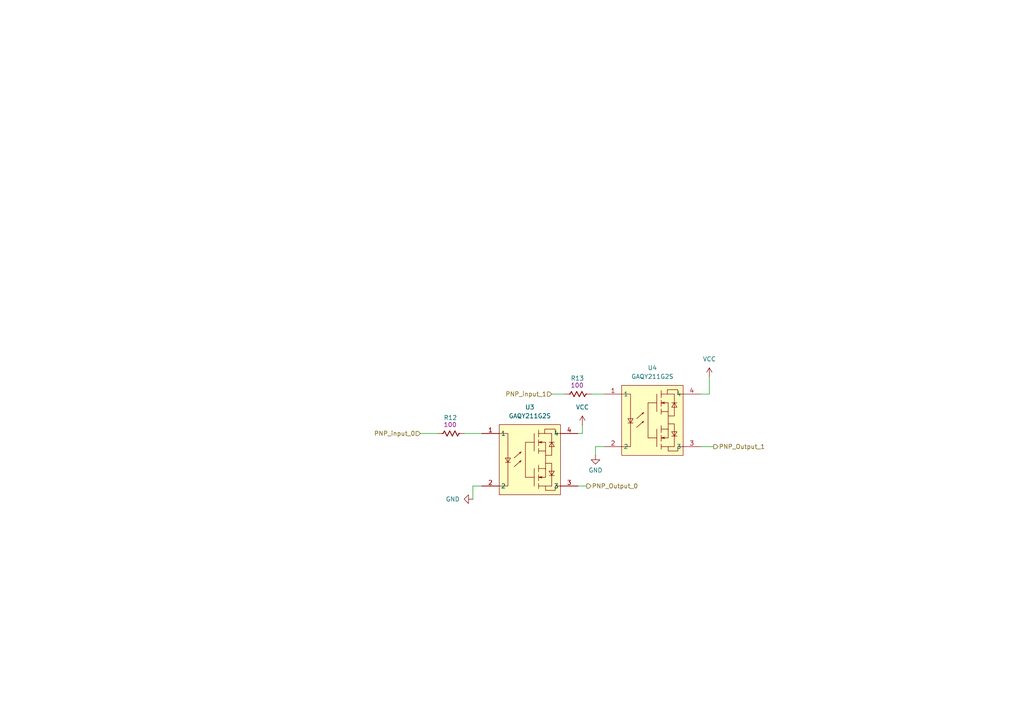
<source format=kicad_sch>
(kicad_sch
	(version 20250114)
	(generator "eeschema")
	(generator_version "9.0")
	(uuid "b1ac17d8-8dfa-49ee-a5df-33c73c96c380")
	(paper "A4")
	(lib_symbols
		(symbol "EDA:GAQY211G2S"
			(exclude_from_sim no)
			(in_bom yes)
			(on_board yes)
			(property "Reference" "U"
				(at 0 12.7 0)
				(effects
					(font
						(size 1.27 1.27)
					)
				)
			)
			(property "Value" "GAQY211G2S"
				(at 0 -12.7 0)
				(effects
					(font
						(size 1.27 1.27)
					)
				)
			)
			(property "Footprint" "EasyEDA:SOP-4_L4.4-W4.3-P2.54-LS6.8-BL"
				(at 0 -15.24 0)
				(effects
					(font
						(size 1.27 1.27)
					)
					(hide yes)
				)
			)
			(property "Datasheet" ""
				(at 0 0 0)
				(effects
					(font
						(size 1.27 1.27)
					)
					(hide yes)
				)
			)
			(property "Description" ""
				(at 0 0 0)
				(effects
					(font
						(size 1.27 1.27)
					)
					(hide yes)
				)
			)
			(property "LCSC Part" "C7435104"
				(at 0 -17.78 0)
				(effects
					(font
						(size 1.27 1.27)
					)
					(hide yes)
				)
			)
			(symbol "GAQY211G2S_0_1"
				(rectangle
					(start -7.62 10.16)
					(end 10.16 -10.16)
					(stroke
						(width 0)
						(type default)
					)
					(fill
						(type background)
					)
				)
				(polyline
					(pts
						(xy -7.62 7.62) (xy -5.08 7.62) (xy -5.08 -7.62) (xy -7.62 -7.62)
					)
					(stroke
						(width 0)
						(type default)
					)
					(fill
						(type none)
					)
				)
				(polyline
					(pts
						(xy -5.84 0.51) (xy -4.32 0.51) (xy -5.08 -0.76) (xy -5.84 0.51)
					)
					(stroke
						(width 0)
						(type default)
					)
					(fill
						(type background)
					)
				)
				(polyline
					(pts
						(xy -5.84 -0.76) (xy -4.32 -0.76)
					)
					(stroke
						(width 0)
						(type default)
					)
					(fill
						(type none)
					)
				)
				(polyline
					(pts
						(xy -3.3 0.51) (xy -1.27 2.29) (xy -1.78 2.03)
					)
					(stroke
						(width 0)
						(type default)
					)
					(fill
						(type none)
					)
				)
				(polyline
					(pts
						(xy -3.3 -2.03) (xy -1.27 -0.25) (xy -1.78 -0.51)
					)
					(stroke
						(width 0)
						(type default)
					)
					(fill
						(type none)
					)
				)
				(polyline
					(pts
						(xy -1.27 2.29) (xy -1.52 1.78)
					)
					(stroke
						(width 0)
						(type default)
					)
					(fill
						(type none)
					)
				)
				(polyline
					(pts
						(xy -1.27 -0.25) (xy -1.52 -0.76)
					)
					(stroke
						(width 0)
						(type default)
					)
					(fill
						(type none)
					)
				)
				(polyline
					(pts
						(xy 0 5.08) (xy 0 -5.08)
					)
					(stroke
						(width 0)
						(type default)
					)
					(fill
						(type none)
					)
				)
				(polyline
					(pts
						(xy 2.54 7.62) (xy 2.54 2.54)
					)
					(stroke
						(width 0)
						(type default)
					)
					(fill
						(type none)
					)
				)
				(polyline
					(pts
						(xy 2.54 5.08) (xy 0 5.08)
					)
					(stroke
						(width 0)
						(type default)
					)
					(fill
						(type none)
					)
				)
				(polyline
					(pts
						(xy 2.54 -2.54) (xy 2.54 -7.62)
					)
					(stroke
						(width 0)
						(type default)
					)
					(fill
						(type none)
					)
				)
				(polyline
					(pts
						(xy 2.54 -5.08) (xy 0 -5.08)
					)
					(stroke
						(width 0)
						(type default)
					)
					(fill
						(type none)
					)
				)
				(polyline
					(pts
						(xy 3.81 8.64) (xy 3.81 6.6)
					)
					(stroke
						(width 0)
						(type default)
					)
					(fill
						(type none)
					)
				)
				(polyline
					(pts
						(xy 3.81 7.62) (xy 7.62 7.62)
					)
					(stroke
						(width 0)
						(type default)
					)
					(fill
						(type none)
					)
				)
				(polyline
					(pts
						(xy 3.81 5.84) (xy 3.81 4.06)
					)
					(stroke
						(width 0)
						(type default)
					)
					(fill
						(type none)
					)
				)
				(polyline
					(pts
						(xy 3.81 5.08) (xy 4.83 5.33)
					)
					(stroke
						(width 0)
						(type default)
					)
					(fill
						(type none)
					)
				)
				(polyline
					(pts
						(xy 3.81 3.3) (xy 3.81 1.78)
					)
					(stroke
						(width 0)
						(type default)
					)
					(fill
						(type none)
					)
				)
				(polyline
					(pts
						(xy 3.81 2.54) (xy 5.84 2.54)
					)
					(stroke
						(width 0)
						(type default)
					)
					(fill
						(type none)
					)
				)
				(polyline
					(pts
						(xy 3.81 -1.52) (xy 3.81 -3.56)
					)
					(stroke
						(width 0)
						(type default)
					)
					(fill
						(type none)
					)
				)
				(polyline
					(pts
						(xy 3.81 -2.54) (xy 5.84 -2.54)
					)
					(stroke
						(width 0)
						(type default)
					)
					(fill
						(type none)
					)
				)
				(polyline
					(pts
						(xy 3.81 -4.32) (xy 3.81 -6.1)
					)
					(stroke
						(width 0)
						(type default)
					)
					(fill
						(type none)
					)
				)
				(polyline
					(pts
						(xy 3.81 -5.08) (xy 4.83 -4.83)
					)
					(stroke
						(width 0)
						(type default)
					)
					(fill
						(type none)
					)
				)
				(polyline
					(pts
						(xy 3.81 -6.86) (xy 3.81 -8.38)
					)
					(stroke
						(width 0)
						(type default)
					)
					(fill
						(type none)
					)
				)
				(polyline
					(pts
						(xy 3.81 -7.62) (xy 7.62 -7.62)
					)
					(stroke
						(width 0)
						(type default)
					)
					(fill
						(type none)
					)
				)
				(polyline
					(pts
						(xy 5.59 7.62) (xy 5.59 8.89) (xy 8.64 8.89) (xy 8.64 7.62) (xy 10.16 7.62)
					)
					(stroke
						(width 0)
						(type default)
					)
					(fill
						(type none)
					)
				)
				(polyline
					(pts
						(xy 5.84 5.08) (xy 5.84 2.54)
					)
					(stroke
						(width 0)
						(type default)
					)
					(fill
						(type none)
					)
				)
				(polyline
					(pts
						(xy 5.84 5.08) (xy 3.81 5.08) (xy 4.83 4.83)
					)
					(stroke
						(width 0)
						(type default)
					)
					(fill
						(type none)
					)
				)
				(polyline
					(pts
						(xy 5.84 2.54) (xy 5.84 -2.79)
					)
					(stroke
						(width 0)
						(type default)
					)
					(fill
						(type none)
					)
				)
				(polyline
					(pts
						(xy 5.84 1.27) (xy 7.62 1.27) (xy 7.62 7.62)
					)
					(stroke
						(width 0)
						(type default)
					)
					(fill
						(type none)
					)
				)
				(polyline
					(pts
						(xy 5.84 -1.02) (xy 7.62 -1.02) (xy 7.62 -7.62)
					)
					(stroke
						(width 0)
						(type default)
					)
					(fill
						(type none)
					)
				)
				(polyline
					(pts
						(xy 5.84 -2.54) (xy 5.84 -5.08)
					)
					(stroke
						(width 0)
						(type default)
					)
					(fill
						(type none)
					)
				)
				(polyline
					(pts
						(xy 5.84 -5.08) (xy 3.81 -5.08) (xy 4.83 -5.33)
					)
					(stroke
						(width 0)
						(type default)
					)
					(fill
						(type none)
					)
				)
				(polyline
					(pts
						(xy 5.84 -7.62) (xy 5.84 -8.89) (xy 8.64 -8.89) (xy 8.64 -7.62) (xy 10.16 -7.62)
					)
					(stroke
						(width 0)
						(type default)
					)
					(fill
						(type none)
					)
				)
				(polyline
					(pts
						(xy 6.86 -3.3) (xy 8.38 -3.3) (xy 7.62 -4.57) (xy 6.86 -3.3)
					)
					(stroke
						(width 0)
						(type default)
					)
					(fill
						(type background)
					)
				)
				(polyline
					(pts
						(xy 6.86 -4.57) (xy 8.38 -4.57)
					)
					(stroke
						(width 0)
						(type default)
					)
					(fill
						(type none)
					)
				)
				(polyline
					(pts
						(xy 8.38 5.08) (xy 6.86 5.08)
					)
					(stroke
						(width 0)
						(type default)
					)
					(fill
						(type none)
					)
				)
				(polyline
					(pts
						(xy 8.38 3.81) (xy 6.86 3.81) (xy 7.62 5.08) (xy 8.38 3.81)
					)
					(stroke
						(width 0)
						(type default)
					)
					(fill
						(type background)
					)
				)
				(pin unspecified line
					(at -12.7 7.62 0)
					(length 5.08)
					(name "1"
						(effects
							(font
								(size 1.27 1.27)
							)
						)
					)
					(number "1"
						(effects
							(font
								(size 1.27 1.27)
							)
						)
					)
				)
				(pin unspecified line
					(at -12.7 -7.62 0)
					(length 5.08)
					(name "2"
						(effects
							(font
								(size 1.27 1.27)
							)
						)
					)
					(number "2"
						(effects
							(font
								(size 1.27 1.27)
							)
						)
					)
				)
				(pin unspecified line
					(at 15.24 7.62 180)
					(length 5.08)
					(name "4"
						(effects
							(font
								(size 1.27 1.27)
							)
						)
					)
					(number "4"
						(effects
							(font
								(size 1.27 1.27)
							)
						)
					)
				)
				(pin unspecified line
					(at 15.24 -7.62 180)
					(length 5.08)
					(name "3"
						(effects
							(font
								(size 1.27 1.27)
							)
						)
					)
					(number "3"
						(effects
							(font
								(size 1.27 1.27)
							)
						)
					)
				)
			)
			(embedded_fonts no)
		)
		(symbol "PCM_Resistor_US_AKL:R_0603"
			(pin_numbers
				(hide yes)
			)
			(pin_names
				(offset 0)
			)
			(exclude_from_sim no)
			(in_bom yes)
			(on_board yes)
			(property "Reference" "R"
				(at 2.54 1.27 0)
				(effects
					(font
						(size 1.27 1.27)
					)
					(justify left)
				)
			)
			(property "Value" "R_0603"
				(at 2.54 -1.27 0)
				(effects
					(font
						(size 1.27 1.27)
					)
					(justify left)
				)
			)
			(property "Footprint" "PCM_Resistor_SMD_AKL:R_0603_1608Metric"
				(at 0 -11.43 0)
				(effects
					(font
						(size 1.27 1.27)
					)
					(hide yes)
				)
			)
			(property "Datasheet" "~"
				(at 0 0 0)
				(effects
					(font
						(size 1.27 1.27)
					)
					(hide yes)
				)
			)
			(property "Description" "SMD 0603 Chip Resistor, US Symbol, Alternate KiCad Library"
				(at 0 0 0)
				(effects
					(font
						(size 1.27 1.27)
					)
					(hide yes)
				)
			)
			(property "ki_keywords" "R res resistor us SMD 0603"
				(at 0 0 0)
				(effects
					(font
						(size 1.27 1.27)
					)
					(hide yes)
				)
			)
			(property "ki_fp_filters" "R_*"
				(at 0 0 0)
				(effects
					(font
						(size 1.27 1.27)
					)
					(hide yes)
				)
			)
			(symbol "R_0603_0_1"
				(polyline
					(pts
						(xy 0 2.286) (xy 0 2.54)
					)
					(stroke
						(width 0.254)
						(type default)
					)
					(fill
						(type none)
					)
				)
				(polyline
					(pts
						(xy 0 2.286) (xy 0.762 1.905) (xy -0.762 1.143) (xy 0 0.762) (xy 0.762 0.381) (xy 0 0) (xy -0.762 -0.381)
						(xy 0 -0.762) (xy 0.762 -1.143) (xy 0 -1.524) (xy -0.762 -1.905) (xy 0 -2.286)
					)
					(stroke
						(width 0.254)
						(type default)
					)
					(fill
						(type none)
					)
				)
				(polyline
					(pts
						(xy 0 -2.286) (xy 0 -2.54)
					)
					(stroke
						(width 0.254)
						(type default)
					)
					(fill
						(type none)
					)
				)
			)
			(symbol "R_0603_0_2"
				(polyline
					(pts
						(xy -2.54 -2.54) (xy -1.778 -1.778)
					)
					(stroke
						(width 0)
						(type default)
					)
					(fill
						(type none)
					)
				)
				(polyline
					(pts
						(xy -1.778 -1.778) (xy -1.524 -1.524)
					)
					(stroke
						(width 0.254)
						(type default)
					)
					(fill
						(type none)
					)
				)
				(polyline
					(pts
						(xy -1.524 -1.524) (xy -1.778 -0.762) (xy -1.016 -1.016)
					)
					(stroke
						(width 0.254)
						(type default)
					)
					(fill
						(type none)
					)
				)
				(polyline
					(pts
						(xy -0.508 -0.508) (xy -0.762 0.254) (xy 0 0)
					)
					(stroke
						(width 0.254)
						(type default)
					)
					(fill
						(type none)
					)
				)
				(polyline
					(pts
						(xy -0.508 -0.508) (xy -0.254 -1.27) (xy -1.016 -1.016)
					)
					(stroke
						(width 0.254)
						(type default)
					)
					(fill
						(type none)
					)
				)
				(polyline
					(pts
						(xy 0.508 0.508) (xy 0.254 1.27) (xy 1.016 1.016)
					)
					(stroke
						(width 0.254)
						(type default)
					)
					(fill
						(type none)
					)
				)
				(polyline
					(pts
						(xy 0.508 0.508) (xy 0.762 -0.254) (xy 0 0)
					)
					(stroke
						(width 0.254)
						(type default)
					)
					(fill
						(type none)
					)
				)
				(polyline
					(pts
						(xy 1.524 1.524) (xy 1.778 0.762) (xy 1.016 1.016)
					)
					(stroke
						(width 0.254)
						(type default)
					)
					(fill
						(type none)
					)
				)
				(polyline
					(pts
						(xy 1.778 1.778) (xy 1.524 1.524)
					)
					(stroke
						(width 0.254)
						(type default)
					)
					(fill
						(type none)
					)
				)
				(polyline
					(pts
						(xy 1.778 1.778) (xy 2.54 2.54)
					)
					(stroke
						(width 0)
						(type default)
					)
					(fill
						(type none)
					)
				)
			)
			(symbol "R_0603_1_1"
				(pin passive line
					(at 0 3.81 270)
					(length 1.27)
					(name "~"
						(effects
							(font
								(size 1.27 1.27)
							)
						)
					)
					(number "1"
						(effects
							(font
								(size 1.27 1.27)
							)
						)
					)
				)
				(pin passive line
					(at 0 -3.81 90)
					(length 1.27)
					(name "~"
						(effects
							(font
								(size 1.27 1.27)
							)
						)
					)
					(number "2"
						(effects
							(font
								(size 1.27 1.27)
							)
						)
					)
				)
			)
			(symbol "R_0603_1_2"
				(pin passive line
					(at -2.54 -2.54 0)
					(length 0)
					(name ""
						(effects
							(font
								(size 1.27 1.27)
							)
						)
					)
					(number "2"
						(effects
							(font
								(size 1.27 1.27)
							)
						)
					)
				)
				(pin passive line
					(at 2.54 2.54 180)
					(length 0)
					(name ""
						(effects
							(font
								(size 1.27 1.27)
							)
						)
					)
					(number "1"
						(effects
							(font
								(size 1.27 1.27)
							)
						)
					)
				)
			)
			(embedded_fonts no)
		)
		(symbol "power:GND"
			(power)
			(pin_numbers
				(hide yes)
			)
			(pin_names
				(offset 0)
				(hide yes)
			)
			(exclude_from_sim no)
			(in_bom yes)
			(on_board yes)
			(property "Reference" "#PWR"
				(at 0 -6.35 0)
				(effects
					(font
						(size 1.27 1.27)
					)
					(hide yes)
				)
			)
			(property "Value" "GND"
				(at 0 -3.81 0)
				(effects
					(font
						(size 1.27 1.27)
					)
				)
			)
			(property "Footprint" ""
				(at 0 0 0)
				(effects
					(font
						(size 1.27 1.27)
					)
					(hide yes)
				)
			)
			(property "Datasheet" ""
				(at 0 0 0)
				(effects
					(font
						(size 1.27 1.27)
					)
					(hide yes)
				)
			)
			(property "Description" "Power symbol creates a global label with name \"GND\" , ground"
				(at 0 0 0)
				(effects
					(font
						(size 1.27 1.27)
					)
					(hide yes)
				)
			)
			(property "ki_keywords" "global power"
				(at 0 0 0)
				(effects
					(font
						(size 1.27 1.27)
					)
					(hide yes)
				)
			)
			(symbol "GND_0_1"
				(polyline
					(pts
						(xy 0 0) (xy 0 -1.27) (xy 1.27 -1.27) (xy 0 -2.54) (xy -1.27 -1.27) (xy 0 -1.27)
					)
					(stroke
						(width 0)
						(type default)
					)
					(fill
						(type none)
					)
				)
			)
			(symbol "GND_1_1"
				(pin power_in line
					(at 0 0 270)
					(length 0)
					(name "~"
						(effects
							(font
								(size 1.27 1.27)
							)
						)
					)
					(number "1"
						(effects
							(font
								(size 1.27 1.27)
							)
						)
					)
				)
			)
			(embedded_fonts no)
		)
		(symbol "power:VCC"
			(power)
			(pin_numbers
				(hide yes)
			)
			(pin_names
				(offset 0)
				(hide yes)
			)
			(exclude_from_sim no)
			(in_bom yes)
			(on_board yes)
			(property "Reference" "#PWR"
				(at 0 -3.81 0)
				(effects
					(font
						(size 1.27 1.27)
					)
					(hide yes)
				)
			)
			(property "Value" "VCC"
				(at 0 3.556 0)
				(effects
					(font
						(size 1.27 1.27)
					)
				)
			)
			(property "Footprint" ""
				(at 0 0 0)
				(effects
					(font
						(size 1.27 1.27)
					)
					(hide yes)
				)
			)
			(property "Datasheet" ""
				(at 0 0 0)
				(effects
					(font
						(size 1.27 1.27)
					)
					(hide yes)
				)
			)
			(property "Description" "Power symbol creates a global label with name \"VCC\""
				(at 0 0 0)
				(effects
					(font
						(size 1.27 1.27)
					)
					(hide yes)
				)
			)
			(property "ki_keywords" "global power"
				(at 0 0 0)
				(effects
					(font
						(size 1.27 1.27)
					)
					(hide yes)
				)
			)
			(symbol "VCC_0_1"
				(polyline
					(pts
						(xy -0.762 1.27) (xy 0 2.54)
					)
					(stroke
						(width 0)
						(type default)
					)
					(fill
						(type none)
					)
				)
				(polyline
					(pts
						(xy 0 2.54) (xy 0.762 1.27)
					)
					(stroke
						(width 0)
						(type default)
					)
					(fill
						(type none)
					)
				)
				(polyline
					(pts
						(xy 0 0) (xy 0 2.54)
					)
					(stroke
						(width 0)
						(type default)
					)
					(fill
						(type none)
					)
				)
			)
			(symbol "VCC_1_1"
				(pin power_in line
					(at 0 0 90)
					(length 0)
					(name "~"
						(effects
							(font
								(size 1.27 1.27)
							)
						)
					)
					(number "1"
						(effects
							(font
								(size 1.27 1.27)
							)
						)
					)
				)
			)
			(embedded_fonts no)
		)
	)
	(wire
		(pts
			(xy 203.2 129.54) (xy 207.01 129.54)
		)
		(stroke
			(width 0)
			(type default)
		)
		(uuid "19402348-7652-45c7-b519-5737b269762b")
	)
	(wire
		(pts
			(xy 167.64 125.73) (xy 168.91 125.73)
		)
		(stroke
			(width 0)
			(type default)
		)
		(uuid "2b9586a9-e71e-46bb-9758-87eb803d36a4")
	)
	(wire
		(pts
			(xy 168.91 123.19) (xy 168.91 125.73)
		)
		(stroke
			(width 0)
			(type default)
		)
		(uuid "2ea71201-64c5-4561-9576-02bc2a05cb22")
	)
	(wire
		(pts
			(xy 205.74 109.22) (xy 205.74 114.3)
		)
		(stroke
			(width 0)
			(type default)
		)
		(uuid "32709b60-66a8-4858-a6bf-d424b5b5f47f")
	)
	(wire
		(pts
			(xy 121.92 125.73) (xy 127 125.73)
		)
		(stroke
			(width 0)
			(type default)
		)
		(uuid "38899b41-6dd3-465f-918e-f1463deed1ca")
	)
	(wire
		(pts
			(xy 137.16 140.97) (xy 137.16 144.78)
		)
		(stroke
			(width 0)
			(type default)
		)
		(uuid "474a5918-a05f-4211-b3ba-1c55e31a9ab6")
	)
	(wire
		(pts
			(xy 172.72 129.54) (xy 172.72 132.08)
		)
		(stroke
			(width 0)
			(type default)
		)
		(uuid "4dad265e-71f8-49d7-874a-b2223ee69747")
	)
	(wire
		(pts
			(xy 205.74 114.3) (xy 203.2 114.3)
		)
		(stroke
			(width 0)
			(type default)
		)
		(uuid "67937911-e143-45c7-a999-f99efdcfa637")
	)
	(wire
		(pts
			(xy 137.16 140.97) (xy 139.7 140.97)
		)
		(stroke
			(width 0)
			(type default)
		)
		(uuid "9997b5cc-0eb7-4d9c-b980-0455ff31cd66")
	)
	(wire
		(pts
			(xy 134.62 125.73) (xy 139.7 125.73)
		)
		(stroke
			(width 0)
			(type default)
		)
		(uuid "d33cd6c9-27a8-4fcf-bb4a-6efddaa98f81")
	)
	(wire
		(pts
			(xy 171.45 114.3) (xy 175.26 114.3)
		)
		(stroke
			(width 0)
			(type default)
		)
		(uuid "e19ee72b-b45e-4ad9-a7e8-b0377d27b538")
	)
	(wire
		(pts
			(xy 160.02 114.3) (xy 163.83 114.3)
		)
		(stroke
			(width 0)
			(type default)
		)
		(uuid "e65bab64-ded3-4b9a-9be9-9df477d31f46")
	)
	(wire
		(pts
			(xy 175.26 129.54) (xy 172.72 129.54)
		)
		(stroke
			(width 0)
			(type default)
		)
		(uuid "ec2dc21a-acf2-4a93-bda4-618c23c20cfe")
	)
	(wire
		(pts
			(xy 167.64 140.97) (xy 170.18 140.97)
		)
		(stroke
			(width 0)
			(type default)
		)
		(uuid "f457f7de-0cd8-4c08-ae6d-93aaed4111e2")
	)
	(hierarchical_label "PNP_Output_0"
		(shape output)
		(at 170.18 140.97 0)
		(effects
			(font
				(size 1.27 1.27)
			)
			(justify left)
		)
		(uuid "02dcbf28-0822-4cfb-bfd6-d01332f56bfe")
	)
	(hierarchical_label "PNP_Output_1"
		(shape output)
		(at 207.01 129.54 0)
		(effects
			(font
				(size 1.27 1.27)
			)
			(justify left)
		)
		(uuid "0cd40830-35b2-48fd-878d-2d9cc530ce07")
	)
	(hierarchical_label "PNP_input_1"
		(shape input)
		(at 160.02 114.3 180)
		(effects
			(font
				(size 1.27 1.27)
			)
			(justify right)
		)
		(uuid "a217d9be-6c79-4251-98cf-b8abe924d076")
	)
	(hierarchical_label "PNP_input_0"
		(shape input)
		(at 121.92 125.73 180)
		(effects
			(font
				(size 1.27 1.27)
			)
			(justify right)
		)
		(uuid "e6ecca62-9150-497c-8349-73ca785ee3b3")
	)
	(symbol
		(lib_id "EDA:GAQY211G2S")
		(at 152.4 133.35 0)
		(unit 1)
		(exclude_from_sim no)
		(in_bom yes)
		(on_board yes)
		(dnp no)
		(fields_autoplaced yes)
		(uuid "02ef549a-d1fe-4df1-9f6c-fa9900036d8d")
		(property "Reference" "U3"
			(at 153.67 118.11 0)
			(effects
				(font
					(size 1.27 1.27)
				)
			)
		)
		(property "Value" "GAQY211G2S"
			(at 153.67 120.65 0)
			(effects
				(font
					(size 1.27 1.27)
				)
			)
		)
		(property "Footprint" "EastEDA:GAQY211G2s"
			(at 152.4 148.59 0)
			(effects
				(font
					(size 1.27 1.27)
				)
				(hide yes)
			)
		)
		(property "Datasheet" ""
			(at 152.4 133.35 0)
			(effects
				(font
					(size 1.27 1.27)
				)
				(hide yes)
			)
		)
		(property "Description" ""
			(at 152.4 133.35 0)
			(effects
				(font
					(size 1.27 1.27)
				)
				(hide yes)
			)
		)
		(property "LCSC Part" "C7435104"
			(at 152.4 151.13 0)
			(effects
				(font
					(size 1.27 1.27)
				)
				(hide yes)
			)
		)
		(pin "1"
			(uuid "3c857b5a-02b0-4251-b2ab-6ca88fdd8aab")
		)
		(pin "2"
			(uuid "b015d858-3fe3-4a39-b5ca-1fce850b5954")
		)
		(pin "3"
			(uuid "07c61059-f931-41cf-988f-733ec20331ae")
		)
		(pin "4"
			(uuid "e46fe3f2-085a-46fb-9254-c3641a3e394b")
		)
		(instances
			(project ""
				(path "/42622735-4343-4315-af64-a45701a752b6/711b914f-41ac-411e-bef3-8ade05c9a19b/8cb3855c-1036-4639-b2fc-e41c31887560"
					(reference "U3")
					(unit 1)
				)
			)
		)
	)
	(symbol
		(lib_id "power:VCC")
		(at 205.74 109.22 0)
		(unit 1)
		(exclude_from_sim no)
		(in_bom yes)
		(on_board yes)
		(dnp no)
		(fields_autoplaced yes)
		(uuid "0e01af3f-1e09-4868-b05b-0d4f20a48ad7")
		(property "Reference" "#PWR028"
			(at 205.74 113.03 0)
			(effects
				(font
					(size 1.27 1.27)
				)
				(hide yes)
			)
		)
		(property "Value" "VCC"
			(at 205.74 104.14 0)
			(effects
				(font
					(size 1.27 1.27)
				)
			)
		)
		(property "Footprint" ""
			(at 205.74 109.22 0)
			(effects
				(font
					(size 1.27 1.27)
				)
				(hide yes)
			)
		)
		(property "Datasheet" ""
			(at 205.74 109.22 0)
			(effects
				(font
					(size 1.27 1.27)
				)
				(hide yes)
			)
		)
		(property "Description" "Power symbol creates a global label with name \"VCC\""
			(at 205.74 109.22 0)
			(effects
				(font
					(size 1.27 1.27)
				)
				(hide yes)
			)
		)
		(pin "1"
			(uuid "2e702f22-45c1-4110-b6c2-0509029b9301")
		)
		(instances
			(project ""
				(path "/42622735-4343-4315-af64-a45701a752b6/711b914f-41ac-411e-bef3-8ade05c9a19b/8cb3855c-1036-4639-b2fc-e41c31887560"
					(reference "#PWR028")
					(unit 1)
				)
			)
		)
	)
	(symbol
		(lib_id "PCM_Resistor_US_AKL:R_0603")
		(at 130.81 125.73 90)
		(unit 1)
		(exclude_from_sim no)
		(in_bom yes)
		(on_board yes)
		(dnp no)
		(uuid "44417d1a-7f0d-49c3-9e11-e98c0e3b3308")
		(property "Reference" "R12"
			(at 132.588 121.158 90)
			(effects
				(font
					(size 1.27 1.27)
				)
				(justify left)
			)
		)
		(property "Value" "R_0603"
			(at 131.064 121.666 90)
			(effects
				(font
					(size 1.27 1.27)
				)
				(justify left)
				(hide yes)
			)
		)
		(property "Footprint" "PCM_Resistor_SMD_AKL:R_0603_1608Metric"
			(at 142.24 125.73 0)
			(effects
				(font
					(size 1.27 1.27)
				)
				(hide yes)
			)
		)
		(property "Datasheet" "~"
			(at 130.81 125.73 0)
			(effects
				(font
					(size 1.27 1.27)
				)
				(hide yes)
			)
		)
		(property "Description" "SMD 0603 Chip Resistor, US Symbol, Alternate KiCad Library"
			(at 130.81 125.73 0)
			(effects
				(font
					(size 1.27 1.27)
				)
				(hide yes)
			)
		)
		(property "Part Number" ""
			(at 130.81 125.73 0)
			(effects
				(font
					(size 1.27 1.27)
				)
				(hide yes)
			)
		)
		(property "Capacidad" "100"
			(at 130.556 123.19 90)
			(effects
				(font
					(size 1.27 1.27)
				)
			)
		)
		(pin "1"
			(uuid "a8dbda76-a414-426b-aeef-f652ba593da4")
		)
		(pin "2"
			(uuid "c1926145-ad9f-448e-8a62-8b8b9e30cb76")
		)
		(instances
			(project "Nivara Controls"
				(path "/42622735-4343-4315-af64-a45701a752b6/711b914f-41ac-411e-bef3-8ade05c9a19b/8cb3855c-1036-4639-b2fc-e41c31887560"
					(reference "R12")
					(unit 1)
				)
			)
		)
	)
	(symbol
		(lib_id "power:GND")
		(at 137.16 144.78 270)
		(unit 1)
		(exclude_from_sim no)
		(in_bom yes)
		(on_board yes)
		(dnp no)
		(fields_autoplaced yes)
		(uuid "8a8b831e-879c-4e6f-b03b-e333f46f8c31")
		(property "Reference" "#PWR026"
			(at 130.81 144.78 0)
			(effects
				(font
					(size 1.27 1.27)
				)
				(hide yes)
			)
		)
		(property "Value" "GND"
			(at 133.35 144.7799 90)
			(effects
				(font
					(size 1.27 1.27)
				)
				(justify right)
			)
		)
		(property "Footprint" ""
			(at 137.16 144.78 0)
			(effects
				(font
					(size 1.27 1.27)
				)
				(hide yes)
			)
		)
		(property "Datasheet" ""
			(at 137.16 144.78 0)
			(effects
				(font
					(size 1.27 1.27)
				)
				(hide yes)
			)
		)
		(property "Description" "Power symbol creates a global label with name \"GND\" , ground"
			(at 137.16 144.78 0)
			(effects
				(font
					(size 1.27 1.27)
				)
				(hide yes)
			)
		)
		(pin "1"
			(uuid "c1b1c52b-7078-4b01-aa4d-5bd4eb6c386e")
		)
		(instances
			(project ""
				(path "/42622735-4343-4315-af64-a45701a752b6/711b914f-41ac-411e-bef3-8ade05c9a19b/8cb3855c-1036-4639-b2fc-e41c31887560"
					(reference "#PWR026")
					(unit 1)
				)
			)
		)
	)
	(symbol
		(lib_id "power:VCC")
		(at 168.91 123.19 0)
		(unit 1)
		(exclude_from_sim no)
		(in_bom yes)
		(on_board yes)
		(dnp no)
		(fields_autoplaced yes)
		(uuid "8fee70b5-d968-4e58-8452-2f776cbd8420")
		(property "Reference" "#PWR027"
			(at 168.91 127 0)
			(effects
				(font
					(size 1.27 1.27)
				)
				(hide yes)
			)
		)
		(property "Value" "VCC"
			(at 168.91 118.11 0)
			(effects
				(font
					(size 1.27 1.27)
				)
			)
		)
		(property "Footprint" ""
			(at 168.91 123.19 0)
			(effects
				(font
					(size 1.27 1.27)
				)
				(hide yes)
			)
		)
		(property "Datasheet" ""
			(at 168.91 123.19 0)
			(effects
				(font
					(size 1.27 1.27)
				)
				(hide yes)
			)
		)
		(property "Description" "Power symbol creates a global label with name \"VCC\""
			(at 168.91 123.19 0)
			(effects
				(font
					(size 1.27 1.27)
				)
				(hide yes)
			)
		)
		(pin "1"
			(uuid "c14d220e-e0d3-4370-9932-43d78c0613b1")
		)
		(instances
			(project ""
				(path "/42622735-4343-4315-af64-a45701a752b6/711b914f-41ac-411e-bef3-8ade05c9a19b/8cb3855c-1036-4639-b2fc-e41c31887560"
					(reference "#PWR027")
					(unit 1)
				)
			)
		)
	)
	(symbol
		(lib_id "power:GND")
		(at 172.72 132.08 0)
		(unit 1)
		(exclude_from_sim no)
		(in_bom yes)
		(on_board yes)
		(dnp no)
		(uuid "9f0149d1-5648-47ed-8eed-8919b064aa66")
		(property "Reference" "#PWR025"
			(at 172.72 138.43 0)
			(effects
				(font
					(size 1.27 1.27)
				)
				(hide yes)
			)
		)
		(property "Value" "GND"
			(at 172.72 136.398 0)
			(effects
				(font
					(size 1.27 1.27)
				)
			)
		)
		(property "Footprint" ""
			(at 172.72 132.08 0)
			(effects
				(font
					(size 1.27 1.27)
				)
				(hide yes)
			)
		)
		(property "Datasheet" ""
			(at 172.72 132.08 0)
			(effects
				(font
					(size 1.27 1.27)
				)
				(hide yes)
			)
		)
		(property "Description" "Power symbol creates a global label with name \"GND\" , ground"
			(at 172.72 132.08 0)
			(effects
				(font
					(size 1.27 1.27)
				)
				(hide yes)
			)
		)
		(pin "1"
			(uuid "bce2c11f-59cb-4a13-a381-2e3396381220")
		)
		(instances
			(project "Nivara Controls"
				(path "/42622735-4343-4315-af64-a45701a752b6/711b914f-41ac-411e-bef3-8ade05c9a19b/8cb3855c-1036-4639-b2fc-e41c31887560"
					(reference "#PWR025")
					(unit 1)
				)
			)
		)
	)
	(symbol
		(lib_id "EDA:GAQY211G2S")
		(at 187.96 121.92 0)
		(unit 1)
		(exclude_from_sim no)
		(in_bom yes)
		(on_board yes)
		(dnp no)
		(fields_autoplaced yes)
		(uuid "b7d54ee9-34ca-4af7-bbd9-e737e4f5356f")
		(property "Reference" "U4"
			(at 189.23 106.68 0)
			(effects
				(font
					(size 1.27 1.27)
				)
			)
		)
		(property "Value" "GAQY211G2S"
			(at 189.23 109.22 0)
			(effects
				(font
					(size 1.27 1.27)
				)
			)
		)
		(property "Footprint" "EastEDA:GAQY211G2s"
			(at 187.96 137.16 0)
			(effects
				(font
					(size 1.27 1.27)
				)
				(hide yes)
			)
		)
		(property "Datasheet" ""
			(at 187.96 121.92 0)
			(effects
				(font
					(size 1.27 1.27)
				)
				(hide yes)
			)
		)
		(property "Description" ""
			(at 187.96 121.92 0)
			(effects
				(font
					(size 1.27 1.27)
				)
				(hide yes)
			)
		)
		(property "LCSC Part" "C7435104"
			(at 187.96 139.7 0)
			(effects
				(font
					(size 1.27 1.27)
				)
				(hide yes)
			)
		)
		(pin "1"
			(uuid "bc48cc97-3c05-4f1b-a7ae-3921f917453e")
		)
		(pin "2"
			(uuid "0af5c966-8051-45e8-8bd2-5f5361543b9e")
		)
		(pin "3"
			(uuid "90c200e5-e199-4a8e-add9-98e7860bfcde")
		)
		(pin "4"
			(uuid "a4839163-4adc-44bd-9126-71106e0329e6")
		)
		(instances
			(project "Nivara Controls"
				(path "/42622735-4343-4315-af64-a45701a752b6/711b914f-41ac-411e-bef3-8ade05c9a19b/8cb3855c-1036-4639-b2fc-e41c31887560"
					(reference "U4")
					(unit 1)
				)
			)
		)
	)
	(symbol
		(lib_id "PCM_Resistor_US_AKL:R_0603")
		(at 167.64 114.3 90)
		(unit 1)
		(exclude_from_sim no)
		(in_bom yes)
		(on_board yes)
		(dnp no)
		(uuid "fb0417ab-404c-4c9b-85c6-c39e3859b186")
		(property "Reference" "R13"
			(at 169.418 109.728 90)
			(effects
				(font
					(size 1.27 1.27)
				)
				(justify left)
			)
		)
		(property "Value" "R_0603"
			(at 167.894 110.236 90)
			(effects
				(font
					(size 1.27 1.27)
				)
				(justify left)
				(hide yes)
			)
		)
		(property "Footprint" "PCM_Resistor_SMD_AKL:R_0603_1608Metric"
			(at 179.07 114.3 0)
			(effects
				(font
					(size 1.27 1.27)
				)
				(hide yes)
			)
		)
		(property "Datasheet" "~"
			(at 167.64 114.3 0)
			(effects
				(font
					(size 1.27 1.27)
				)
				(hide yes)
			)
		)
		(property "Description" "SMD 0603 Chip Resistor, US Symbol, Alternate KiCad Library"
			(at 167.64 114.3 0)
			(effects
				(font
					(size 1.27 1.27)
				)
				(hide yes)
			)
		)
		(property "Part Number" ""
			(at 167.64 114.3 0)
			(effects
				(font
					(size 1.27 1.27)
				)
				(hide yes)
			)
		)
		(property "Capacidad" "100"
			(at 167.386 111.76 90)
			(effects
				(font
					(size 1.27 1.27)
				)
			)
		)
		(pin "1"
			(uuid "7febf5b5-b230-4cf2-9449-f5667e8ed071")
		)
		(pin "2"
			(uuid "c9f05933-42b7-46de-ad01-4691a7b30147")
		)
		(instances
			(project "Nivara Controls"
				(path "/42622735-4343-4315-af64-a45701a752b6/711b914f-41ac-411e-bef3-8ade05c9a19b/8cb3855c-1036-4639-b2fc-e41c31887560"
					(reference "R13")
					(unit 1)
				)
			)
		)
	)
)

</source>
